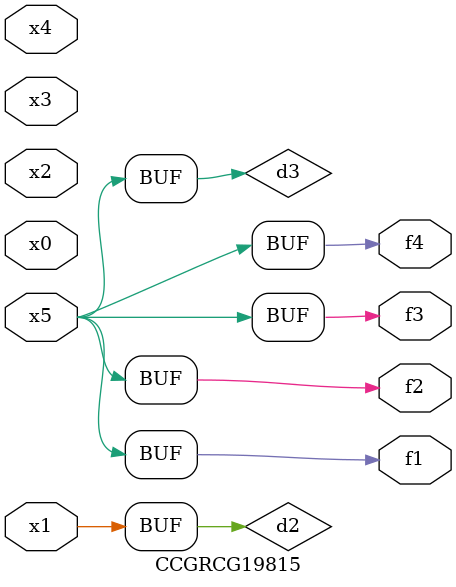
<source format=v>
module CCGRCG19815(
	input x0, x1, x2, x3, x4, x5,
	output f1, f2, f3, f4
);

	wire d1, d2, d3;

	not (d1, x5);
	or (d2, x1);
	xnor (d3, d1);
	assign f1 = d3;
	assign f2 = d3;
	assign f3 = d3;
	assign f4 = d3;
endmodule

</source>
